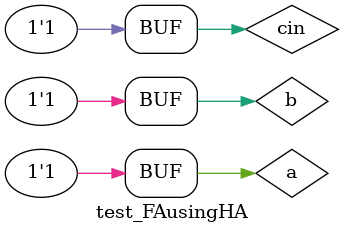
<source format=v>
`timescale 1ns / 1ps

module test_FAusingHA();

    reg a,b,cin;
    wire s,cout;
    
    FullAdderUsingHalf FHA1(a,b,cin,s,cout);
    
    initial begin
        a=0; b=0; cin=0;
        #10 a=0; b=0; cin=1;
        #10 a=0; b=1; cin=0;
        #10 a=0; b=1; cin=1;
        #10 a=1; b=0; cin=0;
        #10 a=1; b=0; cin=1;
        #10 a=1; b=1; cin=0;
        #10 a=1; b=1; cin=1;
     end

endmodule

</source>
